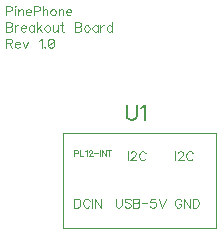
<source format=gbr>
G04 DipTrace 4.0.0.2*
G04 TopSilk.gbr*
%MOIN*%
G04 #@! TF.FileFunction,Legend,Top*
G04 #@! TF.Part,Single*
%ADD10C,0.004724*%
%ADD29C,0.00772*%
%ADD30C,0.004632*%
%ADD31C,0.003088*%
%FSLAX26Y26*%
G04*
G70*
G90*
G75*
G01*
G04 TopSilk*
%LPD*%
X893128Y968602D2*
D10*
Y653641D1*
X1404939D1*
Y968602D1*
X893128D1*
X703665Y1376551D2*
D30*
X716598D1*
X720875Y1377977D1*
X722335Y1379436D1*
X723761Y1382288D1*
Y1386599D1*
X722335Y1389451D1*
X720875Y1390910D1*
X716598Y1392336D1*
X703665D1*
Y1362192D1*
X733024Y1392336D2*
X734450Y1390910D1*
X735909Y1392336D1*
X734450Y1393795D1*
X733024Y1392336D1*
X734450Y1382288D2*
Y1362192D1*
X745173Y1382288D2*
Y1362192D1*
Y1376551D2*
X749484Y1380862D1*
X752369Y1382288D1*
X756647D1*
X759532Y1380862D1*
X760958Y1376551D1*
Y1362192D1*
X770221Y1373666D2*
X787432D1*
Y1376551D1*
X786006Y1379436D1*
X784580Y1380862D1*
X781695Y1382288D1*
X777384D1*
X774532Y1380862D1*
X771647Y1377977D1*
X770221Y1373666D1*
Y1370814D1*
X771647Y1366503D1*
X774532Y1363651D1*
X777384Y1362192D1*
X781695D1*
X784580Y1363651D1*
X787432Y1366503D1*
X796696Y1376551D2*
X809629D1*
X813907Y1377977D1*
X815366Y1379436D1*
X816792Y1382288D1*
Y1386599D1*
X815366Y1389451D1*
X813907Y1390910D1*
X809629Y1392336D1*
X796696D1*
Y1362192D1*
X826055Y1392336D2*
Y1362192D1*
Y1376551D2*
X830366Y1380862D1*
X833251Y1382288D1*
X837562D1*
X840414Y1380862D1*
X841840Y1376551D1*
Y1362192D1*
X858267Y1382288D2*
X855415Y1380862D1*
X852530Y1377977D1*
X851104Y1373666D1*
Y1370814D1*
X852530Y1366503D1*
X855415Y1363651D1*
X858267Y1362192D1*
X862578D1*
X865463Y1363651D1*
X868315Y1366503D1*
X869774Y1370814D1*
Y1373666D1*
X868315Y1377977D1*
X865463Y1380862D1*
X862578Y1382288D1*
X858267D1*
X879037D2*
Y1362192D1*
Y1376551D2*
X883348Y1380862D1*
X886233Y1382288D1*
X890511D1*
X893396Y1380862D1*
X894822Y1376551D1*
Y1362192D1*
X904086Y1373666D2*
X921297D1*
Y1376551D1*
X919871Y1379436D1*
X918445Y1380862D1*
X915560Y1382288D1*
X911249D1*
X908397Y1380862D1*
X905512Y1377977D1*
X904086Y1373666D1*
Y1370814D1*
X905512Y1366503D1*
X908397Y1363651D1*
X911249Y1362192D1*
X915560D1*
X918445Y1363651D1*
X921297Y1366503D1*
X703665Y1337717D2*
Y1307573D1*
X716598D1*
X720909Y1309032D1*
X722335Y1310458D1*
X723761Y1313310D1*
Y1317621D1*
X722335Y1320506D1*
X720909Y1321932D1*
X716598Y1323358D1*
X720909Y1324817D1*
X722335Y1326243D1*
X723761Y1329095D1*
Y1331980D1*
X722335Y1334832D1*
X720909Y1336291D1*
X716598Y1337717D1*
X703665D1*
Y1323358D2*
X716598D1*
X733024Y1327669D2*
Y1307573D1*
Y1319047D2*
X734483Y1323358D1*
X737335Y1326243D1*
X740220Y1327669D1*
X744531D1*
X753795Y1319047D2*
X771006D1*
Y1321932D1*
X769580Y1324817D1*
X768154Y1326243D1*
X765269Y1327669D1*
X760958D1*
X758106Y1326243D1*
X755221Y1323358D1*
X753795Y1319047D1*
Y1316195D1*
X755221Y1311884D1*
X758106Y1309032D1*
X760958Y1307573D1*
X765269D1*
X768154Y1309032D1*
X771006Y1311884D1*
X797480Y1327669D2*
Y1307573D1*
Y1323358D2*
X794628Y1326243D1*
X791743Y1327669D1*
X787465D1*
X784580Y1326243D1*
X781728Y1323358D1*
X780269Y1319047D1*
Y1316195D1*
X781728Y1311884D1*
X784580Y1309032D1*
X787465Y1307573D1*
X791743D1*
X794628Y1309032D1*
X797480Y1311884D1*
X806744Y1337717D2*
Y1307573D1*
X821103Y1327669D2*
X806744Y1313310D1*
X812481Y1319047D2*
X822529Y1307573D1*
X838955Y1327669D2*
X836103Y1326243D1*
X833218Y1323358D1*
X831792Y1319047D1*
Y1316195D1*
X833218Y1311884D1*
X836103Y1309032D1*
X838955Y1307573D1*
X843266D1*
X846151Y1309032D1*
X849003Y1311884D1*
X850462Y1316195D1*
Y1319047D1*
X849003Y1323358D1*
X846151Y1326243D1*
X843266Y1327669D1*
X838955D1*
X859726D2*
Y1313310D1*
X861152Y1309032D1*
X864037Y1307573D1*
X868348D1*
X871200Y1309032D1*
X875511Y1313310D1*
Y1327669D2*
Y1307573D1*
X889085Y1337717D2*
Y1313310D1*
X890511Y1309032D1*
X893396Y1307573D1*
X896248D1*
X884774Y1327669D2*
X894822D1*
X934672Y1337717D2*
Y1307573D1*
X947606D1*
X951917Y1309032D1*
X953343Y1310458D1*
X954768Y1313310D1*
Y1317621D1*
X953343Y1320506D1*
X951917Y1321932D1*
X947606Y1323358D1*
X951917Y1324817D1*
X953343Y1326243D1*
X954768Y1329095D1*
Y1331980D1*
X953343Y1334832D1*
X951917Y1336291D1*
X947606Y1337717D1*
X934672D1*
Y1323358D2*
X947606D1*
X971195Y1327669D2*
X968343Y1326243D1*
X965458Y1323358D1*
X964032Y1319047D1*
Y1316195D1*
X965458Y1311884D1*
X968343Y1309032D1*
X971195Y1307573D1*
X975506D1*
X978391Y1309032D1*
X981243Y1311884D1*
X982702Y1316195D1*
Y1319047D1*
X981243Y1323358D1*
X978391Y1326243D1*
X975506Y1327669D1*
X971195D1*
X1009177D2*
Y1307573D1*
Y1323358D2*
X1006325Y1326243D1*
X1003440Y1327669D1*
X999162D1*
X996277Y1326243D1*
X993425Y1323358D1*
X991966Y1319047D1*
Y1316195D1*
X993425Y1311884D1*
X996277Y1309032D1*
X999162Y1307573D1*
X1003440D1*
X1006325Y1309032D1*
X1009177Y1311884D1*
X1018440Y1327669D2*
Y1307573D1*
Y1319047D2*
X1019899Y1323358D1*
X1022751Y1326243D1*
X1025636Y1327669D1*
X1029947D1*
X1056422Y1337717D2*
Y1307573D1*
Y1323358D2*
X1053570Y1326243D1*
X1050685Y1327669D1*
X1046374D1*
X1043522Y1326243D1*
X1040637Y1323358D1*
X1039211Y1319047D1*
Y1316195D1*
X1040637Y1311884D1*
X1043522Y1309032D1*
X1046374Y1307573D1*
X1050685D1*
X1053570Y1309032D1*
X1056422Y1311884D1*
X703665Y1268740D2*
X716564D1*
X720875Y1270199D1*
X722335Y1271625D1*
X723761Y1274477D1*
Y1277362D1*
X722335Y1280214D1*
X720875Y1281673D1*
X716564Y1283099D1*
X703665D1*
Y1252955D1*
X713713Y1268740D2*
X723761Y1252955D1*
X733024Y1264429D2*
X750235D1*
Y1267314D1*
X748809Y1270199D1*
X747383Y1271625D1*
X744498Y1273051D1*
X740187D1*
X737335Y1271625D1*
X734450Y1268740D1*
X733024Y1264429D1*
Y1261577D1*
X734450Y1257266D1*
X737335Y1254414D1*
X740187Y1252955D1*
X744498D1*
X747383Y1254414D1*
X750235Y1257266D1*
X759499Y1273051D2*
X768121Y1252955D1*
X776710Y1273051D1*
X815134Y1277329D2*
X818019Y1278788D1*
X822330Y1283066D1*
Y1252955D1*
X833019Y1255840D2*
X831593Y1254381D1*
X833019Y1252955D1*
X834478Y1254381D1*
X833019Y1255840D1*
X852364Y1283066D2*
X848053Y1281640D1*
X845168Y1277329D1*
X843742Y1270166D1*
Y1265855D1*
X845168Y1258692D1*
X848053Y1254381D1*
X852364Y1252955D1*
X855216D1*
X859527Y1254381D1*
X862379Y1258692D1*
X863838Y1265855D1*
Y1270166D1*
X862379Y1277329D1*
X859527Y1281640D1*
X855216Y1283066D1*
X852364D1*
X862379Y1277329D2*
X845168Y1258692D1*
X931665Y750946D2*
Y720802D1*
X941713D1*
X946024Y722261D1*
X948909Y725113D1*
X950335Y727998D1*
X951761Y732276D1*
Y739472D1*
X950335Y743783D1*
X948909Y746635D1*
X946024Y749520D1*
X941713Y750946D1*
X931665D1*
X982546Y743783D2*
X981120Y746635D1*
X978235Y749520D1*
X975383Y750946D1*
X969646D1*
X966761Y749520D1*
X963909Y746635D1*
X962450Y743783D1*
X961024Y739472D1*
Y732276D1*
X962450Y727998D1*
X963909Y725113D1*
X966761Y722261D1*
X969646Y720802D1*
X975383D1*
X978235Y722261D1*
X981120Y725113D1*
X982546Y727998D1*
X991810Y750946D2*
Y720802D1*
X1021169Y750946D2*
Y720802D1*
X1001073Y750946D1*
Y720802D1*
X1069460Y750946D2*
Y729424D1*
X1070886Y725113D1*
X1073771Y722261D1*
X1078082Y720802D1*
X1080934D1*
X1085245Y722261D1*
X1088130Y725113D1*
X1089556Y729424D1*
Y750946D1*
X1118915Y746635D2*
X1116063Y749520D1*
X1111752Y750946D1*
X1106015D1*
X1101704Y749520D1*
X1098819Y746635D1*
Y743783D1*
X1100278Y740898D1*
X1101704Y739472D1*
X1104556Y738046D1*
X1113178Y735161D1*
X1116063Y733735D1*
X1117489Y732276D1*
X1118915Y729424D1*
Y725113D1*
X1116063Y722261D1*
X1111752Y720802D1*
X1106015D1*
X1101704Y722261D1*
X1098819Y725113D1*
X1128179Y750946D2*
Y720802D1*
X1141112D1*
X1145423Y722261D1*
X1146849Y723687D1*
X1148275Y726539D1*
Y730850D1*
X1146849Y733735D1*
X1145423Y735161D1*
X1141112Y736587D1*
X1145423Y738046D1*
X1146849Y739472D1*
X1148275Y742324D1*
Y745209D1*
X1146849Y748061D1*
X1145423Y749520D1*
X1141112Y750946D1*
X1128179D1*
Y736587D2*
X1141112D1*
X1157538Y735857D2*
X1174119D1*
X1200594Y750913D2*
X1186268D1*
X1184842Y738013D1*
X1186268Y739439D1*
X1190579Y740898D1*
X1194857D1*
X1199168Y739439D1*
X1202053Y736587D1*
X1203479Y732276D1*
Y729424D1*
X1202053Y725113D1*
X1199168Y722228D1*
X1194857Y720802D1*
X1190579D1*
X1186268Y722228D1*
X1184842Y723687D1*
X1183383Y726539D1*
X1212742Y750946D2*
X1224216Y720802D1*
X1235690Y750946D1*
X1287832Y743783D2*
X1286406Y746635D1*
X1283521Y749520D1*
X1280669Y750946D1*
X1274932D1*
X1272047Y749520D1*
X1269195Y746635D1*
X1267736Y743783D1*
X1266310Y739472D1*
Y732276D1*
X1267736Y727998D1*
X1269195Y725113D1*
X1272047Y722261D1*
X1274932Y720802D1*
X1280669D1*
X1283521Y722261D1*
X1286406Y725113D1*
X1287832Y727998D1*
Y732276D1*
X1280669D1*
X1317192Y750946D2*
Y720802D1*
X1297096Y750946D1*
Y720802D1*
X1326455Y750946D2*
Y720802D1*
X1336503D1*
X1340814Y722261D1*
X1343699Y725113D1*
X1345125Y727998D1*
X1346551Y732276D1*
Y739472D1*
X1345125Y743783D1*
X1343699Y746635D1*
X1340814Y749520D1*
X1336503Y750946D1*
X1326455D1*
X930893Y901295D2*
D31*
X939515D1*
X942367Y902245D1*
X943339Y903218D1*
X944290Y905119D1*
Y907993D1*
X943339Y909895D1*
X942367Y910867D1*
X939515Y911818D1*
X930893D1*
Y891722D1*
X950466Y911818D2*
Y891722D1*
X961940D1*
X968115Y907971D2*
X970039Y908944D1*
X972913Y911796D1*
Y891722D1*
X980061Y907021D2*
Y907971D1*
X981012Y909895D1*
X981962Y910845D1*
X983886Y911796D1*
X987710D1*
X989612Y910845D1*
X990562Y909895D1*
X991535Y907971D1*
Y906070D1*
X990562Y904147D1*
X988661Y901295D1*
X979088Y891722D1*
X992486D1*
X998661Y901759D2*
X1009715D1*
X1015891Y911818D2*
Y891722D1*
X1035464Y911818D2*
Y891722D1*
X1022067Y911818D1*
Y891722D1*
X1048338Y911818D2*
Y891722D1*
X1041640Y911818D2*
X1055037D1*
X1108830Y908426D2*
D30*
Y878282D1*
X1119553Y901230D2*
Y902656D1*
X1120979Y905541D1*
X1122404Y906967D1*
X1125290Y908393D1*
X1131027D1*
X1133878Y906967D1*
X1135304Y905541D1*
X1136763Y902656D1*
Y899804D1*
X1135304Y896919D1*
X1132452Y892641D1*
X1118093Y878282D1*
X1138189D1*
X1168975Y901263D2*
X1167549Y904115D1*
X1164664Y907000D1*
X1161812Y908426D1*
X1156075D1*
X1153190Y907000D1*
X1150338Y904115D1*
X1148879Y901263D1*
X1147453Y896952D1*
Y889756D1*
X1148879Y885478D1*
X1150338Y882593D1*
X1153190Y879741D1*
X1156075Y878282D1*
X1161812D1*
X1164664Y879741D1*
X1167549Y882593D1*
X1168975Y885478D1*
X1266310Y908426D2*
Y878282D1*
X1277033Y901230D2*
Y902656D1*
X1278459Y905541D1*
X1279885Y906967D1*
X1282770Y908393D1*
X1288507D1*
X1291359Y906967D1*
X1292785Y905541D1*
X1294244Y902656D1*
Y899804D1*
X1292785Y896919D1*
X1289933Y892641D1*
X1275574Y878282D1*
X1295670D1*
X1326455Y901263D2*
X1325029Y904115D1*
X1322144Y907000D1*
X1319292Y908426D1*
X1313555D1*
X1310670Y907000D1*
X1307818Y904115D1*
X1306359Y901263D1*
X1304933Y896952D1*
Y889756D1*
X1306359Y885478D1*
X1307818Y882593D1*
X1310670Y879741D1*
X1313555Y878282D1*
X1319292D1*
X1322144Y879741D1*
X1325029Y882593D1*
X1326455Y885478D1*
X1105886Y1063014D2*
D29*
Y1027144D1*
X1108262Y1019959D1*
X1113071Y1015205D1*
X1120256Y1012774D1*
X1125009D1*
X1132194Y1015205D1*
X1137002Y1019959D1*
X1139379Y1027144D1*
Y1063014D1*
X1154818Y1053397D2*
X1159627Y1055829D1*
X1166812Y1062958D1*
Y1012774D1*
M02*

</source>
